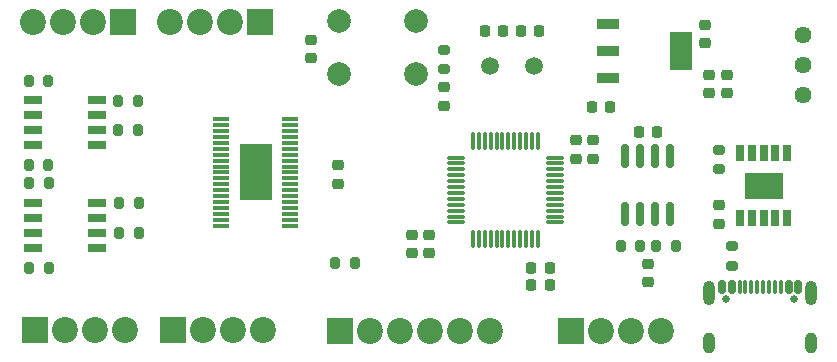
<source format=gbr>
%TF.GenerationSoftware,KiCad,Pcbnew,7.0.10-7.0.10~ubuntu22.04.1*%
%TF.CreationDate,2024-03-09T00:22:00+09:00*%
%TF.ProjectId,iolink,696f6c69-6e6b-42e6-9b69-6361645f7063,rev?*%
%TF.SameCoordinates,Original*%
%TF.FileFunction,Soldermask,Top*%
%TF.FilePolarity,Negative*%
%FSLAX46Y46*%
G04 Gerber Fmt 4.6, Leading zero omitted, Abs format (unit mm)*
G04 Created by KiCad (PCBNEW 7.0.10-7.0.10~ubuntu22.04.1) date 2024-03-09 00:22:00*
%MOMM*%
%LPD*%
G01*
G04 APERTURE LIST*
G04 Aperture macros list*
%AMRoundRect*
0 Rectangle with rounded corners*
0 $1 Rounding radius*
0 $2 $3 $4 $5 $6 $7 $8 $9 X,Y pos of 4 corners*
0 Add a 4 corners polygon primitive as box body*
4,1,4,$2,$3,$4,$5,$6,$7,$8,$9,$2,$3,0*
0 Add four circle primitives for the rounded corners*
1,1,$1+$1,$2,$3*
1,1,$1+$1,$4,$5*
1,1,$1+$1,$6,$7*
1,1,$1+$1,$8,$9*
0 Add four rect primitives between the rounded corners*
20,1,$1+$1,$2,$3,$4,$5,0*
20,1,$1+$1,$4,$5,$6,$7,0*
20,1,$1+$1,$6,$7,$8,$9,0*
20,1,$1+$1,$8,$9,$2,$3,0*%
G04 Aperture macros list end*
%ADD10RoundRect,0.225000X-0.225000X-0.250000X0.225000X-0.250000X0.225000X0.250000X-0.225000X0.250000X0*%
%ADD11RoundRect,0.200000X-0.200000X-0.275000X0.200000X-0.275000X0.200000X0.275000X-0.200000X0.275000X0*%
%ADD12RoundRect,0.225000X0.250000X-0.225000X0.250000X0.225000X-0.250000X0.225000X-0.250000X-0.225000X0*%
%ADD13RoundRect,0.200000X0.275000X-0.200000X0.275000X0.200000X-0.275000X0.200000X-0.275000X-0.200000X0*%
%ADD14R,0.700000X1.400000*%
%ADD15R,3.200000X2.300000*%
%ADD16RoundRect,0.200000X0.200000X0.275000X-0.200000X0.275000X-0.200000X-0.275000X0.200000X-0.275000X0*%
%ADD17RoundRect,0.225000X-0.250000X0.225000X-0.250000X-0.225000X0.250000X-0.225000X0.250000X0.225000X0*%
%ADD18C,1.440000*%
%ADD19C,0.650000*%
%ADD20RoundRect,0.150000X-0.150000X-0.425000X0.150000X-0.425000X0.150000X0.425000X-0.150000X0.425000X0*%
%ADD21RoundRect,0.075000X-0.075000X-0.500000X0.075000X-0.500000X0.075000X0.500000X-0.075000X0.500000X0*%
%ADD22O,1.000000X2.100000*%
%ADD23O,1.000000X1.800000*%
%ADD24R,1.850000X0.900000*%
%ADD25R,1.850000X3.200000*%
%ADD26C,1.500000*%
%ADD27R,1.450000X0.300000*%
%ADD28R,2.740000X4.750000*%
%ADD29R,2.200000X2.200000*%
%ADD30C,2.200000*%
%ADD31RoundRect,0.075000X-0.075000X0.662500X-0.075000X-0.662500X0.075000X-0.662500X0.075000X0.662500X0*%
%ADD32RoundRect,0.075000X-0.662500X0.075000X-0.662500X-0.075000X0.662500X-0.075000X0.662500X0.075000X0*%
%ADD33RoundRect,0.225000X0.225000X0.250000X-0.225000X0.250000X-0.225000X-0.250000X0.225000X-0.250000X0*%
%ADD34R,1.525000X0.700000*%
%ADD35RoundRect,0.150000X-0.150000X0.825000X-0.150000X-0.825000X0.150000X-0.825000X0.150000X0.825000X0*%
%ADD36C,2.000000*%
G04 APERTURE END LIST*
D10*
%TO.C,C3*%
X102010000Y-80900000D03*
X103560000Y-80900000D03*
%TD*%
D11*
%TO.C,R8*%
X54315000Y-78670000D03*
X55965000Y-78670000D03*
%TD*%
%TO.C,R12*%
X61867000Y-80335000D03*
X63517000Y-80335000D03*
%TD*%
D12*
%TO.C,C13*%
X86720000Y-93270000D03*
X86720000Y-91720000D03*
%TD*%
%TO.C,C6*%
X113390000Y-79685000D03*
X113390000Y-78135000D03*
%TD*%
%TO.C,C1*%
X106725000Y-95712500D03*
X106725000Y-94162500D03*
%TD*%
D13*
%TO.C,R4*%
X113830000Y-94305000D03*
X113830000Y-92655000D03*
%TD*%
D14*
%TO.C,IC4*%
X114530000Y-90300000D03*
X115530000Y-90300000D03*
X116530000Y-90300000D03*
X117530000Y-90300000D03*
X118530000Y-90300000D03*
X118530000Y-84800000D03*
X117530000Y-84800000D03*
X116530000Y-84800000D03*
X115530000Y-84800000D03*
X114530000Y-84800000D03*
D15*
X116530000Y-87550000D03*
%TD*%
D16*
%TO.C,R13*%
X81915000Y-94090000D03*
X80265000Y-94090000D03*
%TD*%
D17*
%TO.C,C4*%
X111570000Y-73930000D03*
X111570000Y-75480000D03*
%TD*%
D18*
%TO.C,IC3*%
X119870000Y-79890000D03*
X119870000Y-77350000D03*
X119870000Y-74810000D03*
%TD*%
D19*
%TO.C,J2*%
X113350000Y-97165000D03*
X119130000Y-97165000D03*
D20*
X113040000Y-96090000D03*
X113840000Y-96090000D03*
D21*
X114990000Y-96090000D03*
X115990000Y-96090000D03*
X116490000Y-96090000D03*
X117490000Y-96090000D03*
D20*
X118640000Y-96090000D03*
X119440000Y-96090000D03*
X119440000Y-96090000D03*
X118640000Y-96090000D03*
D21*
X117990000Y-96090000D03*
X116990000Y-96090000D03*
X115490000Y-96090000D03*
X114490000Y-96090000D03*
D20*
X113840000Y-96090000D03*
X113040000Y-96090000D03*
D22*
X111920000Y-96665000D03*
D23*
X111920000Y-100845000D03*
D22*
X120560000Y-96665000D03*
D23*
X120560000Y-100845000D03*
%TD*%
D24*
%TO.C,IC2*%
X103310000Y-73870000D03*
X103310000Y-76170000D03*
X103310000Y-78470000D03*
D25*
X109510000Y-76170000D03*
%TD*%
D26*
%TO.C,Y1*%
X93320000Y-77420000D03*
X97120000Y-77420000D03*
%TD*%
D16*
%TO.C,R1*%
X109100000Y-92650000D03*
X107450000Y-92650000D03*
%TD*%
D27*
%TO.C,IC1*%
X70580000Y-81925000D03*
X70580000Y-82425000D03*
X70580000Y-82925000D03*
X70580000Y-83425000D03*
X70580000Y-83925000D03*
X70580000Y-84425000D03*
X70580000Y-84925000D03*
X70580000Y-85425000D03*
X70580000Y-85925000D03*
X70580000Y-86425000D03*
X70580000Y-86925000D03*
X70580000Y-87425000D03*
X70580000Y-87925000D03*
X70580000Y-88425000D03*
X70580000Y-88925000D03*
X70580000Y-89425000D03*
X70580000Y-89925000D03*
X70580000Y-90425000D03*
X70580000Y-90925000D03*
X76430000Y-90925000D03*
X76430000Y-90425000D03*
X76430000Y-89925000D03*
X76430000Y-89425000D03*
X76430000Y-88925000D03*
X76430000Y-88425000D03*
X76430000Y-87925000D03*
X76430000Y-87425000D03*
X76430000Y-86925000D03*
X76430000Y-86425000D03*
X76430000Y-85925000D03*
X76430000Y-85425000D03*
X76430000Y-84925000D03*
X76430000Y-84425000D03*
X76430000Y-83925000D03*
X76430000Y-83425000D03*
X76430000Y-82925000D03*
X76430000Y-82425000D03*
X76430000Y-81925000D03*
D28*
X73505000Y-86425000D03*
%TD*%
D13*
%TO.C,R3*%
X112780000Y-86155000D03*
X112780000Y-84505000D03*
%TD*%
D10*
%TO.C,C15*%
X92920000Y-74420000D03*
X94470000Y-74420000D03*
%TD*%
D29*
%TO.C,J4*%
X54820000Y-99790000D03*
D30*
X57360000Y-99790000D03*
X59900000Y-99790000D03*
X62440000Y-99790000D03*
%TD*%
D13*
%TO.C,R14*%
X89500000Y-77705000D03*
X89500000Y-76055000D03*
%TD*%
D17*
%TO.C,C14*%
X78190000Y-75215000D03*
X78190000Y-76765000D03*
%TD*%
D12*
%TO.C,C18*%
X80500000Y-87375000D03*
X80500000Y-85825000D03*
%TD*%
D29*
%TO.C,J5*%
X66500000Y-99800000D03*
D30*
X69040000Y-99800000D03*
X71580000Y-99800000D03*
X74120000Y-99800000D03*
%TD*%
D31*
%TO.C,U1*%
X97413002Y-83750000D03*
X96913002Y-83750000D03*
X96413002Y-83750000D03*
X95913002Y-83750000D03*
X95413002Y-83750000D03*
X94913002Y-83750000D03*
X94413002Y-83750000D03*
X93913002Y-83750000D03*
X93413002Y-83750000D03*
X92913002Y-83750000D03*
X92413002Y-83750000D03*
X91913002Y-83750000D03*
D32*
X90500502Y-85162500D03*
X90500502Y-85662500D03*
X90500502Y-86162500D03*
X90500502Y-86662500D03*
X90500502Y-87162500D03*
X90500502Y-87662500D03*
X90500502Y-88162500D03*
X90500502Y-88662500D03*
X90500502Y-89162500D03*
X90500502Y-89662500D03*
X90500502Y-90162500D03*
X90500502Y-90662500D03*
D31*
X91913002Y-92075000D03*
X92413002Y-92075000D03*
X92913002Y-92075000D03*
X93413002Y-92075000D03*
X93913002Y-92075000D03*
X94413002Y-92075000D03*
X94913002Y-92075000D03*
X95413002Y-92075000D03*
X95913002Y-92075000D03*
X96413002Y-92075000D03*
X96913002Y-92075000D03*
X97413002Y-92075000D03*
D32*
X98825502Y-90662500D03*
X98825502Y-90162500D03*
X98825502Y-89662500D03*
X98825502Y-89162500D03*
X98825502Y-88662500D03*
X98825502Y-88162500D03*
X98825502Y-87662500D03*
X98825502Y-87162500D03*
X98825502Y-86662500D03*
X98825502Y-86162500D03*
X98825502Y-85662500D03*
X98825502Y-85162500D03*
%TD*%
D12*
%TO.C,C17*%
X89500000Y-80765000D03*
X89500000Y-79215000D03*
%TD*%
D29*
%TO.C,J7*%
X62280000Y-73670000D03*
D30*
X59740000Y-73670000D03*
X57200000Y-73670000D03*
X54660000Y-73670000D03*
%TD*%
D11*
%TO.C,R9*%
X54330000Y-87360000D03*
X55980000Y-87360000D03*
%TD*%
D29*
%TO.C,J6*%
X73910000Y-73670000D03*
D30*
X71370000Y-73670000D03*
X68830000Y-73670000D03*
X66290000Y-73670000D03*
%TD*%
D17*
%TO.C,C11*%
X102120000Y-83710000D03*
X102120000Y-85260000D03*
%TD*%
D33*
%TO.C,C16*%
X97495000Y-74420000D03*
X95945000Y-74420000D03*
%TD*%
D12*
%TO.C,C5*%
X111930000Y-79685000D03*
X111930000Y-78135000D03*
%TD*%
D11*
%TO.C,R6*%
X54315000Y-85770000D03*
X55965000Y-85770000D03*
%TD*%
%TO.C,R10*%
X54330000Y-94520000D03*
X55980000Y-94520000D03*
%TD*%
D17*
%TO.C,C10*%
X100610000Y-83710000D03*
X100610000Y-85260000D03*
%TD*%
D34*
%TO.C,Q1*%
X60117000Y-92835000D03*
X60117000Y-91565000D03*
X60117000Y-90295000D03*
X60117000Y-89025000D03*
X54693000Y-89025000D03*
X54693000Y-90295000D03*
X54693000Y-91565000D03*
X54693000Y-92835000D03*
%TD*%
D11*
%TO.C,R5*%
X61965000Y-91520000D03*
X63615000Y-91520000D03*
%TD*%
D35*
%TO.C,U2*%
X108625000Y-85025000D03*
X107355000Y-85025000D03*
X106085000Y-85025000D03*
X104815000Y-85025000D03*
X104815000Y-89975000D03*
X106085000Y-89975000D03*
X107355000Y-89975000D03*
X108625000Y-89975000D03*
%TD*%
D34*
%TO.C,Q2*%
X60092000Y-84135000D03*
X60092000Y-82865000D03*
X60092000Y-81595000D03*
X60092000Y-80325000D03*
X54668000Y-80325000D03*
X54668000Y-81595000D03*
X54668000Y-82865000D03*
X54668000Y-84135000D03*
%TD*%
D29*
%TO.C,J8*%
X80640000Y-99820000D03*
D30*
X83180000Y-99820000D03*
X85720000Y-99820000D03*
X88260000Y-99820000D03*
X90800000Y-99820000D03*
X93340000Y-99820000D03*
%TD*%
D11*
%TO.C,R7*%
X61980000Y-89030000D03*
X63630000Y-89030000D03*
%TD*%
D29*
%TO.C,J1*%
X100210000Y-99850000D03*
D30*
X102750000Y-99850000D03*
X105290000Y-99850000D03*
X107830000Y-99850000D03*
%TD*%
D33*
%TO.C,C8*%
X98420000Y-95990000D03*
X96870000Y-95990000D03*
%TD*%
D12*
%TO.C,C2*%
X112780000Y-90755000D03*
X112780000Y-89205000D03*
%TD*%
D33*
%TO.C,C9*%
X98415000Y-94510000D03*
X96865000Y-94510000D03*
%TD*%
D16*
%TO.C,R2*%
X106085000Y-92650000D03*
X104435000Y-92650000D03*
%TD*%
D11*
%TO.C,R11*%
X61892000Y-82835000D03*
X63542000Y-82835000D03*
%TD*%
D36*
%TO.C,SW1*%
X80590000Y-73590000D03*
X87090000Y-73590000D03*
X80590000Y-78090000D03*
X87090000Y-78090000D03*
%TD*%
D10*
%TO.C,C7*%
X105970000Y-82960000D03*
X107520000Y-82960000D03*
%TD*%
D12*
%TO.C,C12*%
X88230000Y-93265000D03*
X88230000Y-91715000D03*
%TD*%
M02*

</source>
